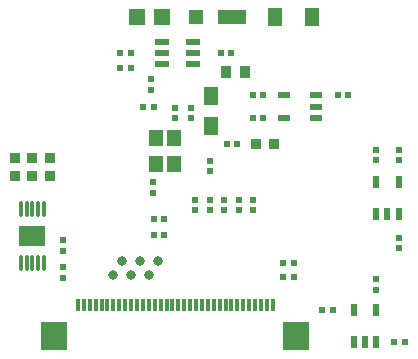
<source format=gbp>
%FSLAX44Y44*%
%MOMM*%
G71*
G01*
G75*
G04 Layer_Color=128*
%ADD10R,0.4000X1.0000*%
%ADD11R,1.0000X0.4000*%
%ADD12R,0.7250X2.3500*%
%ADD13R,3.0000X2.1000*%
%ADD14R,1.6000X0.8000*%
%ADD15C,0.2000*%
%ADD16C,0.2540*%
%ADD17C,0.4000*%
%ADD18C,0.3000*%
%ADD19R,1.1000X0.4000*%
%ADD20R,1.9250X2.3500*%
%ADD21C,4.0000*%
G04:AMPARAMS|DCode=22|XSize=4.7mm|YSize=4mm|CornerRadius=2mm|HoleSize=0mm|Usage=FLASHONLY|Rotation=45.000|XOffset=0mm|YOffset=0mm|HoleType=Round|Shape=RoundedRectangle|*
%AMROUNDEDRECTD22*
21,1,4.7000,0.0000,0,0,45.0*
21,1,0.7000,4.0000,0,0,45.0*
1,1,4.0000,0.2475,0.2475*
1,1,4.0000,-0.2475,-0.2475*
1,1,4.0000,-0.2475,-0.2475*
1,1,4.0000,0.2475,0.2475*
%
%ADD22ROUNDEDRECTD22*%
G04:AMPARAMS|DCode=23|XSize=4.7mm|YSize=4mm|CornerRadius=2mm|HoleSize=0mm|Usage=FLASHONLY|Rotation=-45.000|XOffset=0mm|YOffset=0mm|HoleType=Round|Shape=RoundedRectangle|*
%AMROUNDEDRECTD23*
21,1,4.7000,0.0000,0,0,-45.0*
21,1,0.7000,4.0000,0,0,-45.0*
1,1,4.0000,0.2475,-0.2475*
1,1,4.0000,-0.2475,0.2475*
1,1,4.0000,-0.2475,0.2475*
1,1,4.0000,0.2475,-0.2475*
%
%ADD23ROUNDEDRECTD23*%
%ADD24C,0.5000*%
%ADD25C,0.5000*%
%ADD26C,3.6000*%
%ADD27R,0.5000X0.6000*%
%ADD28R,0.6000X0.5000*%
%ADD29R,1.1000X0.5000*%
%ADD30R,2.1844X2.4130*%
%ADD31R,0.3000X1.1000*%
%ADD32R,1.2700X0.5080*%
%ADD33R,2.4000X1.2500*%
%ADD34R,1.2000X1.2500*%
%ADD35R,0.5000X1.1000*%
%ADD36R,0.8890X1.0160*%
%ADD37C,0.8000*%
%ADD38R,0.8128X0.8128*%
%ADD39R,1.2000X1.4000*%
%ADD40R,1.2000X1.6000*%
%ADD41R,1.2954X1.6002*%
%ADD42R,1.3970X1.3970*%
%ADD43R,0.8128X0.8128*%
%ADD44O,0.3000X1.5000*%
%ADD45R,2.1800X1.7200*%
%ADD46C,4.4000*%
%ADD47C,0.1270*%
%ADD48C,1.4000*%
%ADD49C,0.1200*%
%ADD50C,0.1000*%
%ADD51R,3.2000X3.2000*%
%ADD52R,1.0750X0.6000*%
%ADD53R,1.4000X2.5500*%
%ADD54R,0.6040X1.2040*%
%ADD55R,1.2040X0.6040*%
%ADD56R,0.9290X2.5540*%
%ADD57R,3.2040X2.3040*%
%ADD58R,1.8040X1.0040*%
%ADD59C,4.2040*%
G04:AMPARAMS|DCode=60|XSize=4.904mm|YSize=4.204mm|CornerRadius=2.102mm|HoleSize=0mm|Usage=FLASHONLY|Rotation=45.000|XOffset=0mm|YOffset=0mm|HoleType=Round|Shape=RoundedRectangle|*
%AMROUNDEDRECTD60*
21,1,4.9040,0.0000,0,0,45.0*
21,1,0.7000,4.2040,0,0,45.0*
1,1,4.2040,0.2475,0.2475*
1,1,4.2040,-0.2475,-0.2475*
1,1,4.2040,-0.2475,-0.2475*
1,1,4.2040,0.2475,0.2475*
%
%ADD60ROUNDEDRECTD60*%
G04:AMPARAMS|DCode=61|XSize=4.904mm|YSize=4.204mm|CornerRadius=2.102mm|HoleSize=0mm|Usage=FLASHONLY|Rotation=-45.000|XOffset=0mm|YOffset=0mm|HoleType=Round|Shape=RoundedRectangle|*
%AMROUNDEDRECTD61*
21,1,4.9040,0.0000,0,0,-45.0*
21,1,0.7000,4.2040,0,0,-45.0*
1,1,4.2040,0.2475,-0.2475*
1,1,4.2040,-0.2475,0.2475*
1,1,4.2040,-0.2475,0.2475*
1,1,4.2040,0.2475,-0.2475*
%
%ADD61ROUNDEDRECTD61*%
%ADD62C,0.7040*%
%ADD63R,0.7040X0.8040*%
%ADD64R,0.8040X0.7040*%
%ADD65R,1.3040X0.7040*%
%ADD66R,2.3884X2.6170*%
%ADD67R,0.5040X1.3040*%
%ADD68R,1.4740X0.7120*%
%ADD69R,2.6040X1.4540*%
%ADD70R,1.4040X1.4540*%
%ADD71R,0.7040X1.3040*%
%ADD72R,1.0930X1.2200*%
%ADD73C,1.0040*%
%ADD74R,1.0168X1.0168*%
%ADD75R,1.4040X1.6040*%
%ADD76R,1.4040X1.8040*%
%ADD77R,1.4994X1.8042*%
%ADD78R,1.6010X1.6010*%
%ADD79R,1.0168X1.0168*%
%ADD80O,0.5040X1.7040*%
%ADD81R,2.3840X1.9240*%
%ADD82C,4.6040*%
D27*
X60500Y-60000D02*
D03*
X51500D02*
D03*
Y-48000D02*
D03*
X60500D02*
D03*
X-67500Y84000D02*
D03*
X-58500D02*
D03*
X154500Y-115000D02*
D03*
X145500D02*
D03*
X84500Y-88000D02*
D03*
X93500D02*
D03*
X106500Y94000D02*
D03*
X97500D02*
D03*
X25500Y75000D02*
D03*
X34500D02*
D03*
X25500Y94000D02*
D03*
X34500D02*
D03*
X-77500Y117000D02*
D03*
X-86500D02*
D03*
X-77500Y130000D02*
D03*
X-86500D02*
D03*
X-58500Y-24500D02*
D03*
X-49500D02*
D03*
X-58500Y-10500D02*
D03*
X-49500D02*
D03*
X-1500Y130000D02*
D03*
X7500D02*
D03*
X3500Y52500D02*
D03*
X12500D02*
D03*
D28*
X-58895Y11500D02*
D03*
Y20500D02*
D03*
X-10500Y29750D02*
D03*
Y38750D02*
D03*
X130000Y-61500D02*
D03*
Y-70500D02*
D03*
X149000Y48000D02*
D03*
Y39000D02*
D03*
X130000Y48000D02*
D03*
Y39000D02*
D03*
X148920Y-35500D02*
D03*
Y-26500D02*
D03*
X-135000Y-37500D02*
D03*
Y-28500D02*
D03*
Y-60500D02*
D03*
Y-51500D02*
D03*
X26000Y-3500D02*
D03*
Y5500D02*
D03*
X14000D02*
D03*
Y-3500D02*
D03*
X-40000Y74500D02*
D03*
Y83500D02*
D03*
X-11000Y-3500D02*
D03*
Y5500D02*
D03*
X-23000Y-3500D02*
D03*
Y5500D02*
D03*
X-27000Y83500D02*
D03*
Y74500D02*
D03*
X-61000Y107500D02*
D03*
Y98500D02*
D03*
X1000Y-3500D02*
D03*
Y5500D02*
D03*
D29*
X52000Y94000D02*
D03*
Y75000D02*
D03*
X79000D02*
D03*
Y84500D02*
D03*
Y94000D02*
D03*
D30*
X-142440Y-109938D02*
D03*
X62440Y-109938D02*
D03*
D31*
X-122497Y-83502D02*
D03*
X-117497D02*
D03*
X-112497D02*
D03*
X-107497D02*
D03*
X-102497D02*
D03*
X-97497D02*
D03*
X-92497D02*
D03*
X-87497D02*
D03*
X-82497D02*
D03*
X-77497D02*
D03*
X-72497D02*
D03*
X-67497D02*
D03*
X-62497D02*
D03*
X-57497D02*
D03*
X-52497D02*
D03*
X-47497D02*
D03*
X-42497D02*
D03*
X-37497D02*
D03*
X-32497D02*
D03*
X-27497D02*
D03*
X-22497D02*
D03*
X-17497D02*
D03*
X-12497D02*
D03*
X-7497D02*
D03*
X-2497D02*
D03*
X2503D02*
D03*
X7503D02*
D03*
X12503D02*
D03*
X17503D02*
D03*
X22503D02*
D03*
X27503D02*
D03*
X32503D02*
D03*
X37503D02*
D03*
X42503D02*
D03*
D32*
X-25000Y120500D02*
D03*
Y130000D02*
D03*
Y139500D02*
D03*
X-51000D02*
D03*
Y130000D02*
D03*
Y120500D02*
D03*
D33*
X8250Y160000D02*
D03*
D34*
X-22500D02*
D03*
D35*
X130000Y-88000D02*
D03*
X111000D02*
D03*
Y-115000D02*
D03*
X120500D02*
D03*
X130000D02*
D03*
X149000Y20500D02*
D03*
X130000D02*
D03*
Y-6500D02*
D03*
X139500D02*
D03*
X149000D02*
D03*
D36*
X2619Y114000D02*
D03*
X18621D02*
D03*
D37*
X-92497Y-58497D02*
D03*
X-62497D02*
D03*
X-55000Y-46000D02*
D03*
X-85000D02*
D03*
X-77763Y-58497D02*
D03*
X-70265Y-46000D02*
D03*
D38*
X-146000Y40620D02*
D03*
Y25380D02*
D03*
X-176000Y40620D02*
D03*
Y25380D02*
D03*
X-161000Y40620D02*
D03*
Y25380D02*
D03*
D39*
X-41500Y58000D02*
D03*
Y36000D02*
D03*
X-56500D02*
D03*
Y58000D02*
D03*
D40*
X44000Y160000D02*
D03*
X76000D02*
D03*
D41*
X-10000Y93700D02*
D03*
Y68300D02*
D03*
D42*
X-51205Y160000D02*
D03*
X-72795D02*
D03*
D43*
X28380Y53000D02*
D03*
X43620D02*
D03*
D44*
X-171000Y-2000D02*
D03*
X-166000D02*
D03*
X-161000D02*
D03*
X-156000D02*
D03*
X-151000D02*
D03*
Y-48000D02*
D03*
X-156000D02*
D03*
X-161000D02*
D03*
X-166000D02*
D03*
X-171000D02*
D03*
D45*
X-161000Y-25000D02*
D03*
M02*

</source>
